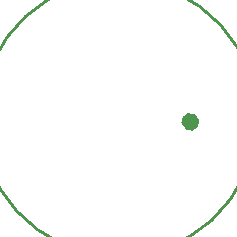
<source format=gbr>
G04 start of page 9 for group -4078 idx -4078 *
G04 Title: (unknown), bottomsilk *
G04 Creator: pcb 4.0.2 *
G04 CreationDate: Mon Jan 25 18:16:20 2021 UTC *
G04 For: ndholmes *
G04 Format: Gerber/RS-274X *
G04 PCB-Dimensions (mil): 2000.00 2000.00 *
G04 PCB-Coordinate-Origin: lower left *
%MOIN*%
%FSLAX25Y25*%
%LNBOTTOMSILK*%
%ADD51C,0.0100*%
%ADD50C,0.0300*%
G54D50*X124703Y99975D02*G75*G03X124703Y99975I-882J-1214D01*G01*
G54D51*X127038Y137215D02*G75*G03X127038Y137215I-27038J-37215D01*G01*
M02*

</source>
